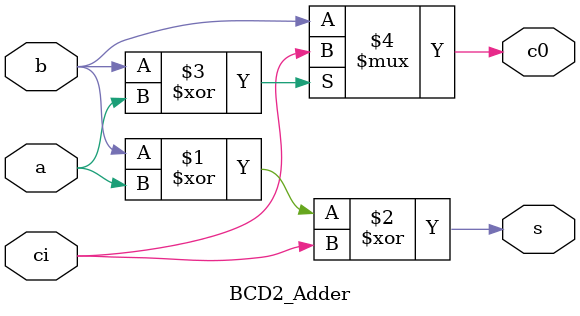
<source format=sv>
module BCD2_Adder(input logic ci,b,a, output logic s,c0);
    assign s = b ^ a ^ ci;
    assign c0 = (b ^ a) ? ci : b;
endmodule
</source>
